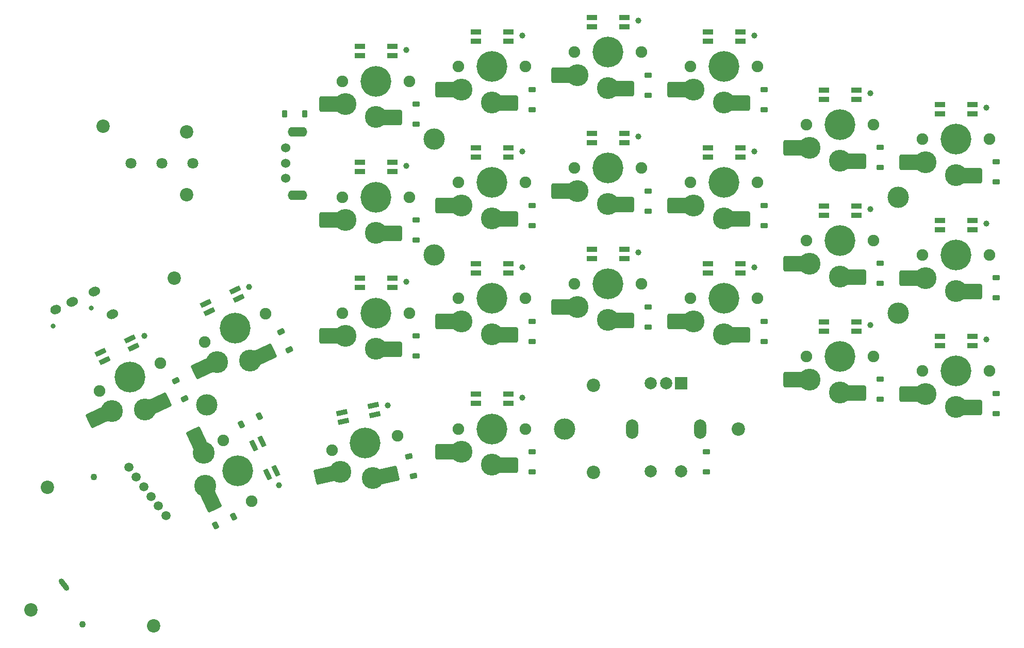
<source format=gbr>
%TF.GenerationSoftware,KiCad,Pcbnew,7.0.5*%
%TF.CreationDate,2024-03-19T12:28:54+08:00*%
%TF.ProjectId,Prime52right,5072696d-6535-4327-9269-6768742e6b69,rev?*%
%TF.SameCoordinates,Original*%
%TF.FileFunction,Soldermask,Bot*%
%TF.FilePolarity,Negative*%
%FSLAX46Y46*%
G04 Gerber Fmt 4.6, Leading zero omitted, Abs format (unit mm)*
G04 Created by KiCad (PCBNEW 7.0.5) date 2024-03-19 12:28:54*
%MOMM*%
%LPD*%
G01*
G04 APERTURE LIST*
G04 Aperture macros list*
%AMRoundRect*
0 Rectangle with rounded corners*
0 $1 Rounding radius*
0 $2 $3 $4 $5 $6 $7 $8 $9 X,Y pos of 4 corners*
0 Add a 4 corners polygon primitive as box body*
4,1,4,$2,$3,$4,$5,$6,$7,$8,$9,$2,$3,0*
0 Add four circle primitives for the rounded corners*
1,1,$1+$1,$2,$3*
1,1,$1+$1,$4,$5*
1,1,$1+$1,$6,$7*
1,1,$1+$1,$8,$9*
0 Add four rect primitives between the rounded corners*
20,1,$1+$1,$2,$3,$4,$5,0*
20,1,$1+$1,$4,$5,$6,$7,0*
20,1,$1+$1,$6,$7,$8,$9,0*
20,1,$1+$1,$8,$9,$2,$3,0*%
%AMHorizOval*
0 Thick line with rounded ends*
0 $1 width*
0 $2 $3 position (X,Y) of the first rounded end (center of the circle)*
0 $4 $5 position (X,Y) of the second rounded end (center of the circle)*
0 Add line between two ends*
20,1,$1,$2,$3,$4,$5,0*
0 Add two circle primitives to create the rounded ends*
1,1,$1,$2,$3*
1,1,$1,$4,$5*%
%AMRotRect*
0 Rectangle, with rotation*
0 The origin of the aperture is its center*
0 $1 length*
0 $2 width*
0 $3 Rotation angle, in degrees counterclockwise*
0 Add horizontal line*
21,1,$1,$2,0,0,$3*%
G04 Aperture macros list end*
%ADD10C,1.900000*%
%ADD11C,1.000000*%
%ADD12C,5.050000*%
%ADD13RoundRect,0.250000X1.675000X1.000000X-1.675000X1.000000X-1.675000X-1.000000X1.675000X-1.000000X0*%
%ADD14C,3.600000*%
%ADD15C,2.200000*%
%ADD16O,3.200000X1.600000*%
%ADD17C,1.524000*%
%ADD18RoundRect,0.250000X1.095447X1.614193X-1.940684X0.198422X-1.095447X-1.614193X1.940684X-0.198422X0*%
%ADD19RoundRect,0.250000X1.418856X1.338832X-1.851735X0.613760X-1.418856X-1.338832X1.851735X-0.613760X0*%
%ADD20O,2.000000X3.200000*%
%ADD21R,2.000000X2.000000*%
%ADD22C,2.000000*%
%ADD23RoundRect,0.250000X1.614193X-1.095447X0.198422X1.940684X-1.614193X1.095447X-0.198422X-1.940684X0*%
%ADD24C,1.100000*%
%ADD25HorizOval,0.900000X-0.426133X0.555347X0.426133X-0.555347X0*%
%ADD26C,1.500000*%
%ADD27C,3.500000*%
%ADD28C,1.800000*%
%ADD29C,0.800000*%
%ADD30HorizOval,1.500000X0.181262X0.084524X-0.181262X-0.084524X0*%
%ADD31HorizOval,1.500000X0.135946X0.063393X-0.135946X-0.063393X0*%
%ADD32RoundRect,0.225000X-0.375000X0.225000X-0.375000X-0.225000X0.375000X-0.225000X0.375000X0.225000X0*%
%ADD33RoundRect,0.225000X-0.434955X0.045437X-0.244776X-0.362401X0.434955X-0.045437X0.244776X0.362401X0*%
%ADD34R,1.800000X0.820000*%
%ADD35RoundRect,0.225000X0.225000X0.375000X-0.225000X0.375000X-0.225000X-0.375000X0.225000X-0.375000X0*%
%ADD36RotRect,1.800000X0.820000X205.000000*%
%ADD37RotRect,1.800000X0.820000X115.000000*%
%ADD38RoundRect,0.225000X0.045437X0.434955X-0.362401X0.244776X-0.045437X-0.434955X0.362401X-0.244776X0*%
%ADD39RotRect,1.800000X0.820000X192.500000*%
%ADD40RoundRect,0.225000X-0.414810X0.138502X-0.317412X-0.300831X0.414810X-0.138502X0.317412X0.300831X0*%
G04 APERTURE END LIST*
D10*
%TO.C,K43*%
X340983000Y-96039000D03*
D11*
X340483000Y-90889000D03*
D12*
X335483000Y-96039000D03*
D10*
X329983000Y-96039000D03*
D13*
X337833000Y-102039000D03*
D14*
X335483000Y-101939000D03*
X330483000Y-99839000D03*
D13*
X328133000Y-99839000D03*
%TD*%
D10*
%TO.C,K47*%
X360033000Y-105564000D03*
D11*
X359533000Y-100414000D03*
D12*
X354533000Y-105564000D03*
D10*
X349033000Y-105564000D03*
D13*
X356883000Y-111564000D03*
D14*
X354533000Y-111464000D03*
X349533000Y-109364000D03*
D13*
X347183000Y-109364000D03*
%TD*%
D10*
%TO.C,K35*%
X302883000Y-76989000D03*
D11*
X302383000Y-71839000D03*
D12*
X297383000Y-76989000D03*
D10*
X291883000Y-76989000D03*
D13*
X299733000Y-82989000D03*
D14*
X297383000Y-82889000D03*
X292383000Y-80789000D03*
D13*
X290033000Y-80789000D03*
%TD*%
D10*
%TO.C,K46*%
X360033000Y-86514000D03*
D11*
X359533000Y-81364000D03*
D12*
X354533000Y-86514000D03*
D10*
X349033000Y-86514000D03*
D13*
X356883000Y-92514000D03*
D14*
X354533000Y-92414000D03*
X349533000Y-90314000D03*
D13*
X347183000Y-90314000D03*
%TD*%
D15*
%TO.C,U2*%
X233546827Y-86803767D03*
X245192496Y-111777984D03*
%TD*%
D10*
%TO.C,K52*%
X379083000Y-126995000D03*
D11*
X378583000Y-121845000D03*
D12*
X373583000Y-126995000D03*
D10*
X368083000Y-126995000D03*
D13*
X375933000Y-132995000D03*
D14*
X373583000Y-132895000D03*
X368583000Y-130795000D03*
D13*
X366233000Y-130795000D03*
%TD*%
D10*
%TO.C,K33*%
X283833000Y-117470000D03*
D11*
X283333000Y-112320000D03*
D12*
X278333000Y-117470000D03*
D10*
X272833000Y-117470000D03*
D13*
X280683000Y-123470000D03*
D14*
X278333000Y-123370000D03*
X273333000Y-121270000D03*
D13*
X270983000Y-121270000D03*
%TD*%
D15*
%TO.C,H4*%
X337865000Y-136520000D03*
%TD*%
D16*
%TO.C,RE2*%
X265458000Y-98095000D03*
X265458000Y-87695000D03*
D15*
X247233000Y-98070000D03*
X247233000Y-87720000D03*
D17*
X263458000Y-95355000D03*
X263458000Y-90355000D03*
X263458000Y-92855000D03*
%TD*%
D10*
%TO.C,K28*%
X260152386Y-117629200D03*
D11*
X257522748Y-113173024D03*
D12*
X255167693Y-119953600D03*
D10*
X250183000Y-122278000D03*
D18*
X259833226Y-124398294D03*
D14*
X257661141Y-125300816D03*
X252242103Y-125510661D03*
D18*
X250112280Y-126503814D03*
%TD*%
D10*
%TO.C,K42*%
X340983000Y-76989000D03*
D11*
X340483000Y-71839000D03*
D12*
X335483000Y-76989000D03*
D10*
X329983000Y-76989000D03*
D13*
X337833000Y-82989000D03*
D14*
X335483000Y-82889000D03*
X330483000Y-80789000D03*
D13*
X328133000Y-80789000D03*
%TD*%
D10*
%TO.C,K38*%
X281866628Y-137616582D03*
D11*
X280263816Y-132696877D03*
D12*
X276497000Y-138807000D03*
D10*
X271127372Y-139997418D03*
D19*
X280089933Y-144156143D03*
D14*
X277773994Y-144567146D03*
X272437990Y-143599123D03*
D19*
X270143695Y-144107756D03*
%TD*%
D10*
%TO.C,K44*%
X340983000Y-115089000D03*
D11*
X340483000Y-109939000D03*
D12*
X335483000Y-115089000D03*
D10*
X329983000Y-115089000D03*
D13*
X337833000Y-121089000D03*
D14*
X335483000Y-120989000D03*
X330483000Y-118889000D03*
D13*
X328133000Y-118889000D03*
%TD*%
D20*
%TO.C,K49*%
X331558000Y-136520000D03*
X320358000Y-136520000D03*
D21*
X328458000Y-129020000D03*
D22*
X323458000Y-129020000D03*
X325958000Y-129020000D03*
X323458000Y-143520000D03*
X328458000Y-143520000D03*
%TD*%
D10*
%TO.C,K34*%
X257918345Y-148386269D03*
D11*
X262374521Y-145756631D03*
D12*
X255593945Y-143401576D03*
D10*
X253269545Y-138416883D03*
D23*
X251149251Y-148067109D03*
D14*
X250246729Y-145895024D03*
X250036884Y-140475986D03*
D23*
X249043731Y-138346163D03*
%TD*%
D10*
%TO.C,K31*%
X283833000Y-79370000D03*
D11*
X283333000Y-74220000D03*
D12*
X278333000Y-79370000D03*
D10*
X272833000Y-79370000D03*
D13*
X280683000Y-85370000D03*
D14*
X278333000Y-85270000D03*
X273333000Y-83170000D03*
D13*
X270983000Y-83170000D03*
%TD*%
D15*
%TO.C,K30*%
X221693926Y-166250119D03*
D24*
X230098147Y-168624640D03*
D25*
X227106182Y-162097149D03*
D15*
X224346881Y-146098926D03*
X241845119Y-168903074D03*
D24*
X231962327Y-144442678D03*
D26*
X237735152Y-142849097D03*
X238952674Y-144435803D03*
X240170197Y-146022510D03*
X241387720Y-147609217D03*
X242605243Y-149195923D03*
X243822766Y-150782630D03*
%TD*%
D10*
%TO.C,K40*%
X321933000Y-93658000D03*
D11*
X321433000Y-88508000D03*
D12*
X316433000Y-93658000D03*
D10*
X310933000Y-93658000D03*
D13*
X318783000Y-99658000D03*
D14*
X316433000Y-99558000D03*
X311433000Y-97458000D03*
D13*
X309083000Y-97458000D03*
%TD*%
D27*
%TO.C,H11*%
X364058000Y-98420000D03*
%TD*%
D10*
%TO.C,K36*%
X302883000Y-96039000D03*
D11*
X302383000Y-90889000D03*
D12*
X297383000Y-96039000D03*
D10*
X291883000Y-96039000D03*
D13*
X299733000Y-102039000D03*
D14*
X297383000Y-101939000D03*
X292383000Y-99839000D03*
D13*
X290033000Y-99839000D03*
%TD*%
D10*
%TO.C,K41*%
X321933000Y-112708000D03*
D11*
X321433000Y-107558000D03*
D12*
X316433000Y-112708000D03*
D10*
X310933000Y-112708000D03*
D13*
X318783000Y-118708000D03*
D14*
X316433000Y-118608000D03*
X311433000Y-116508000D03*
D13*
X309083000Y-116508000D03*
%TD*%
D15*
%TO.C,H6*%
X314051000Y-143664000D03*
%TD*%
D10*
%TO.C,K48*%
X360033000Y-124614000D03*
D11*
X359533000Y-119464000D03*
D12*
X354533000Y-124614000D03*
D10*
X349033000Y-124614000D03*
D13*
X356883000Y-130614000D03*
D14*
X354533000Y-130514000D03*
X349533000Y-128414000D03*
D13*
X347183000Y-128414000D03*
%TD*%
D10*
%TO.C,K29*%
X242887638Y-125680200D03*
D11*
X240258000Y-121224024D03*
D12*
X237902945Y-128004600D03*
D10*
X232918252Y-130329000D03*
D18*
X242568478Y-132449294D03*
D14*
X240396393Y-133351816D03*
X234977355Y-133561661D03*
D18*
X232847532Y-134554814D03*
%TD*%
D27*
%TO.C,H12*%
X364058000Y-117470000D03*
%TD*%
%TO.C,H16*%
X287858000Y-88895000D03*
%TD*%
D28*
%TO.C,K27*%
X248288000Y-92895000D03*
X243208000Y-92895000D03*
X238128000Y-92895000D03*
%TD*%
D29*
%TO.C,T2*%
X225267000Y-119660000D03*
X231611155Y-116701672D03*
D30*
X232089225Y-113940975D03*
D31*
X225701568Y-116919588D03*
D30*
X228463994Y-115631448D03*
X235030208Y-117645111D03*
%TD*%
D10*
%TO.C,K37*%
X302883000Y-115089000D03*
D11*
X302383000Y-109939000D03*
D12*
X297383000Y-115089000D03*
D10*
X291883000Y-115089000D03*
D13*
X299733000Y-121089000D03*
D14*
X297383000Y-120989000D03*
X292383000Y-118889000D03*
D13*
X290033000Y-118889000D03*
%TD*%
D15*
%TO.C,H5*%
X314051000Y-129376000D03*
%TD*%
D10*
%TO.C,K51*%
X379083000Y-107945000D03*
D11*
X378583000Y-102795000D03*
D12*
X373583000Y-107945000D03*
D10*
X368083000Y-107945000D03*
D13*
X375933000Y-113945000D03*
D14*
X373583000Y-113845000D03*
X368583000Y-111745000D03*
D13*
X366233000Y-111745000D03*
%TD*%
D10*
%TO.C,K45*%
X302883000Y-136520000D03*
D11*
X302383000Y-131370000D03*
D12*
X297383000Y-136520000D03*
D10*
X291883000Y-136520000D03*
D13*
X299733000Y-142520000D03*
D14*
X297383000Y-142420000D03*
X292383000Y-140320000D03*
D13*
X290033000Y-140320000D03*
%TD*%
D27*
%TO.C,H8*%
X309289000Y-136520000D03*
%TD*%
%TO.C,H18*%
X250562000Y-132611000D03*
%TD*%
%TO.C,H17*%
X287858000Y-107945000D03*
%TD*%
D10*
%TO.C,K32*%
X283833000Y-98420000D03*
D11*
X283333000Y-93270000D03*
D12*
X278333000Y-98420000D03*
D10*
X272833000Y-98420000D03*
D13*
X280683000Y-104420000D03*
D14*
X278333000Y-104320000D03*
X273333000Y-102220000D03*
D13*
X270983000Y-102220000D03*
%TD*%
D10*
%TO.C,K50*%
X379083000Y-88895000D03*
D11*
X378583000Y-83745000D03*
D12*
X373583000Y-88895000D03*
D10*
X368083000Y-88895000D03*
D13*
X375933000Y-94895000D03*
D14*
X373583000Y-94795000D03*
X368583000Y-92695000D03*
D13*
X366233000Y-92695000D03*
%TD*%
D10*
%TO.C,K39*%
X321933000Y-74608000D03*
D11*
X321433000Y-69458000D03*
D12*
X316433000Y-74608000D03*
D10*
X310933000Y-74608000D03*
D13*
X318783000Y-80608000D03*
D14*
X316433000Y-80508000D03*
X311433000Y-78408000D03*
D13*
X309083000Y-78408000D03*
%TD*%
D32*
%TO.C,D46*%
X361133000Y-90264000D03*
X361133000Y-93564000D03*
%TD*%
D33*
%TO.C,D28*%
X262733680Y-120562592D03*
X264128320Y-123553408D03*
%TD*%
D34*
%TO.C,L42*%
X357183000Y-101384000D03*
X357183000Y-99884000D03*
X351883000Y-99884000D03*
X351883000Y-101384000D03*
%TD*%
D35*
%TO.C,D27*%
X266658000Y-84770000D03*
X263358000Y-84770000D03*
%TD*%
D34*
%TO.C,L31*%
X294733000Y-71309000D03*
X294733000Y-72809000D03*
X300033000Y-72809000D03*
X300033000Y-71309000D03*
%TD*%
D32*
%TO.C,D52*%
X380183000Y-130745000D03*
X380183000Y-134045000D03*
%TD*%
D36*
%TO.C,L24*%
X238537679Y-123096792D03*
X237903752Y-121737331D03*
X233100321Y-123977208D03*
X233734248Y-125336669D03*
%TD*%
D34*
%TO.C,L44*%
X370933000Y-83215000D03*
X370933000Y-84715000D03*
X376233000Y-84715000D03*
X376233000Y-83215000D03*
%TD*%
%TO.C,L34*%
X300033000Y-132340000D03*
X300033000Y-130840000D03*
X294733000Y-130840000D03*
X294733000Y-132340000D03*
%TD*%
D32*
%TO.C,D49*%
X332558000Y-140270000D03*
X332558000Y-143570000D03*
%TD*%
D34*
%TO.C,L43*%
X357183000Y-82334000D03*
X357183000Y-80834000D03*
X351883000Y-80834000D03*
X351883000Y-82334000D03*
%TD*%
%TO.C,L41*%
X357183000Y-120434000D03*
X357183000Y-118934000D03*
X351883000Y-118934000D03*
X351883000Y-120434000D03*
%TD*%
D37*
%TO.C,L26*%
X260502098Y-144035831D03*
X261861559Y-143401904D03*
X259621682Y-138598473D03*
X258262221Y-139232400D03*
%TD*%
D34*
%TO.C,L39*%
X332833000Y-90359000D03*
X332833000Y-91859000D03*
X338133000Y-91859000D03*
X338133000Y-90359000D03*
%TD*%
D32*
%TO.C,D40*%
X323033000Y-97408000D03*
X323033000Y-100708000D03*
%TD*%
D33*
%TO.C,D29*%
X245469680Y-128613592D03*
X246864320Y-131604408D03*
%TD*%
D32*
%TO.C,D45*%
X303983000Y-140270000D03*
X303983000Y-143570000D03*
%TD*%
%TO.C,D44*%
X342083000Y-118839000D03*
X342083000Y-122139000D03*
%TD*%
D38*
%TO.C,D30*%
X259194408Y-134440680D03*
X256203592Y-135835320D03*
%TD*%
D32*
%TO.C,D39*%
X323033000Y-78358000D03*
X323033000Y-81658000D03*
%TD*%
%TO.C,D42*%
X342083000Y-80739000D03*
X342083000Y-84039000D03*
%TD*%
%TO.C,D33*%
X284933000Y-121220000D03*
X284933000Y-124520000D03*
%TD*%
D34*
%TO.C,L33*%
X294733000Y-109409000D03*
X294733000Y-110909000D03*
X300033000Y-110909000D03*
X300033000Y-109409000D03*
%TD*%
%TO.C,L32*%
X294733000Y-90359000D03*
X294733000Y-91859000D03*
X300033000Y-91859000D03*
X300033000Y-90359000D03*
%TD*%
D32*
%TO.C,D41*%
X323033000Y-116458000D03*
X323033000Y-119758000D03*
%TD*%
D34*
%TO.C,L30*%
X280983000Y-75190000D03*
X280983000Y-73690000D03*
X275683000Y-73690000D03*
X275683000Y-75190000D03*
%TD*%
D32*
%TO.C,D36*%
X303983000Y-99789000D03*
X303983000Y-103089000D03*
%TD*%
%TO.C,D43*%
X342083000Y-99789000D03*
X342083000Y-103089000D03*
%TD*%
D34*
%TO.C,L45*%
X370933000Y-102265000D03*
X370933000Y-103765000D03*
X376233000Y-103765000D03*
X376233000Y-102265000D03*
%TD*%
D39*
%TO.C,L27*%
X278179514Y-134152657D03*
X277854855Y-132688213D03*
X272680486Y-133835343D03*
X273005145Y-135299787D03*
%TD*%
D34*
%TO.C,L36*%
X319083000Y-89478000D03*
X319083000Y-87978000D03*
X313783000Y-87978000D03*
X313783000Y-89478000D03*
%TD*%
%TO.C,L46*%
X370933000Y-121315000D03*
X370933000Y-122815000D03*
X376233000Y-122815000D03*
X376233000Y-121315000D03*
%TD*%
D32*
%TO.C,D31*%
X284933000Y-83120000D03*
X284933000Y-86420000D03*
%TD*%
%TO.C,D37*%
X303983000Y-118839000D03*
X303983000Y-122139000D03*
%TD*%
%TO.C,D51*%
X380183000Y-111695000D03*
X380183000Y-114995000D03*
%TD*%
D34*
%TO.C,L29*%
X280983000Y-94240000D03*
X280983000Y-92740000D03*
X275683000Y-92740000D03*
X275683000Y-94240000D03*
%TD*%
%TO.C,L35*%
X319083000Y-108528000D03*
X319083000Y-107028000D03*
X313783000Y-107028000D03*
X313783000Y-108528000D03*
%TD*%
D32*
%TO.C,D35*%
X303983000Y-80739000D03*
X303983000Y-84039000D03*
%TD*%
D38*
%TO.C,D34*%
X254984816Y-150968360D03*
X251994000Y-152363000D03*
%TD*%
D34*
%TO.C,L28*%
X280983000Y-113290000D03*
X280983000Y-111790000D03*
X275683000Y-111790000D03*
X275683000Y-113290000D03*
%TD*%
%TO.C,L40*%
X332833000Y-109409000D03*
X332833000Y-110909000D03*
X338133000Y-110909000D03*
X338133000Y-109409000D03*
%TD*%
D36*
%TO.C,L25*%
X255802679Y-115045792D03*
X255168752Y-113686331D03*
X250365321Y-115926208D03*
X250999248Y-117285669D03*
%TD*%
D32*
%TO.C,D47*%
X361133000Y-109314000D03*
X361133000Y-112614000D03*
%TD*%
D34*
%TO.C,L38*%
X332833000Y-71309000D03*
X332833000Y-72809000D03*
X338133000Y-72809000D03*
X338133000Y-71309000D03*
%TD*%
%TO.C,L37*%
X319083000Y-70428000D03*
X319083000Y-68928000D03*
X313783000Y-68928000D03*
X313783000Y-70428000D03*
%TD*%
D32*
%TO.C,D32*%
X284933000Y-102170000D03*
X284933000Y-105470000D03*
%TD*%
%TO.C,D50*%
X380183000Y-92645000D03*
X380183000Y-95945000D03*
%TD*%
%TO.C,D48*%
X361133000Y-128364000D03*
X361133000Y-131664000D03*
%TD*%
D40*
%TO.C,D38*%
X283751875Y-141039112D03*
X284466125Y-144260888D03*
%TD*%
M02*

</source>
